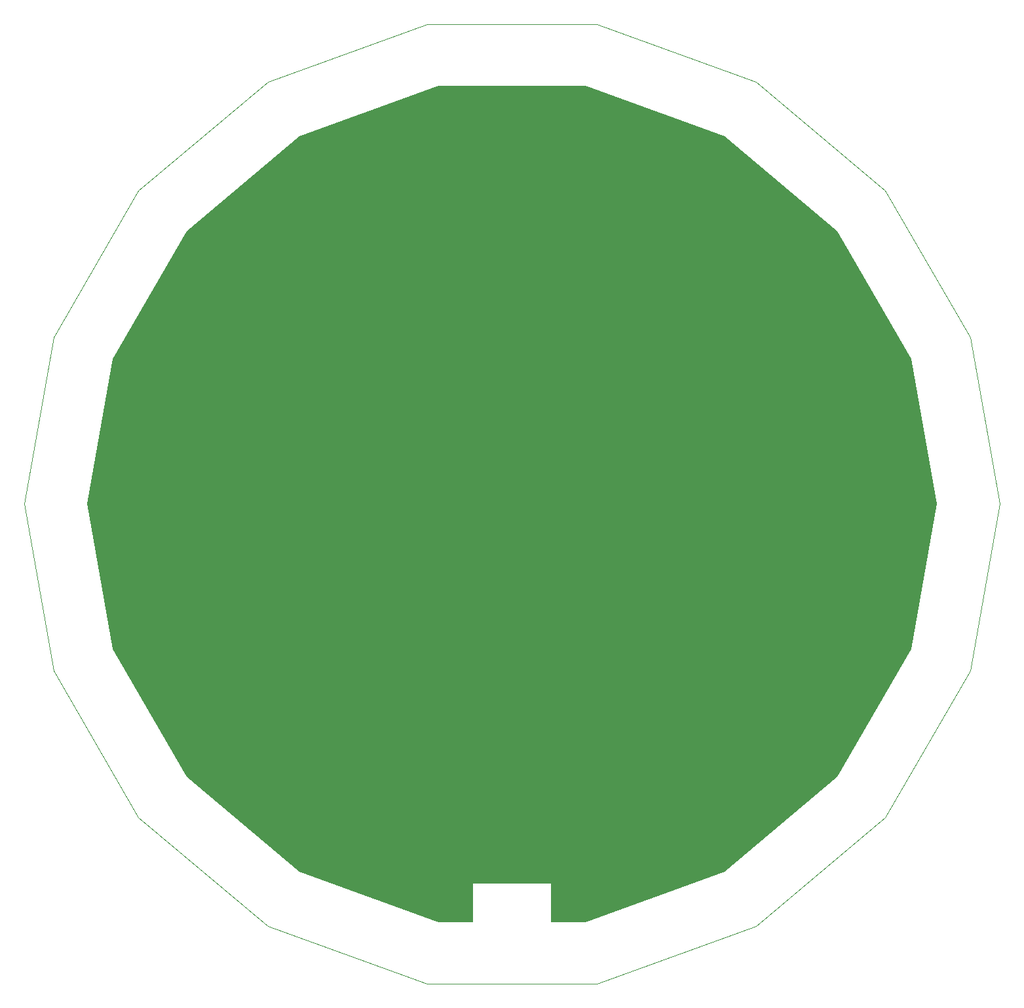
<source format=gbr>
G04*
G04 #@! TF.GenerationSoftware,Altium Limited,Altium Designer,24.5.2 (23)*
G04*
G04 Layer_Color=0*
%FSLAX44Y44*%
%MOMM*%
G71*
G04*
G04 #@! TF.SameCoordinates,EC07AE21-C10E-4B47-8BBD-F1AFCD56138C*
G04*
G04*
G04 #@! TF.FilePolarity,Positive*
G04*
G01*
G75*
%ADD35C,0.0254*%
G36*
X679621Y747260D02*
X825617Y624755D01*
X1004708Y559571D01*
X1050000D01*
Y609571D01*
X1150000D01*
Y559571D01*
X1195292D01*
X1374383Y624755D01*
X1520379Y747260D01*
X1615671Y912311D01*
X1648766Y1100000D01*
X1615671Y1287689D01*
X1520379Y1452740D01*
X1374383Y1575245D01*
X1195292Y1640429D01*
X1004708D01*
X825617Y1575245D01*
X679621Y1452740D01*
X584329Y1287689D01*
X551234Y1100000D01*
X584329Y912311D01*
X679621Y747260D01*
D02*
G37*
D35*
X617392Y695044D02*
X507994Y884527D01*
X470000Y1100000D01*
X507994Y1315473D01*
X617392Y1504956D01*
X785000Y1645596D01*
X990602Y1720429D01*
X1209398D01*
X1415000Y1645596D01*
X1582608Y1504956D01*
X1692006Y1315473D01*
X1730000Y1100000D01*
X1692006Y884527D01*
X1582608Y695044D01*
X1415000Y554404D01*
X1209398Y479571D01*
X990602D01*
X785000Y554404D01*
X617392Y695044D01*
M02*

</source>
